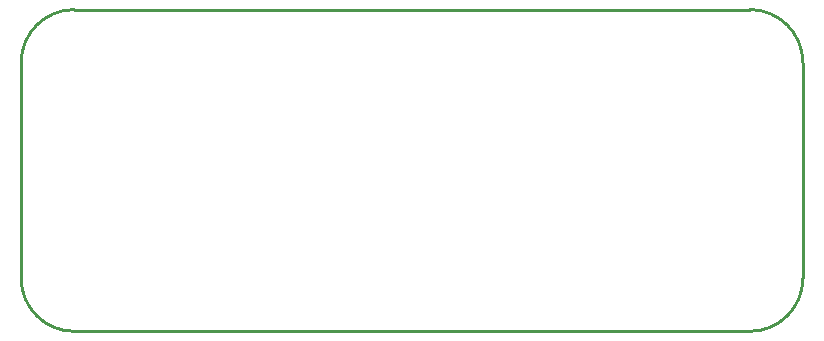
<source format=gm1>
G04*
G04 #@! TF.GenerationSoftware,Altium Limited,Altium Designer,22.7.1 (60)*
G04*
G04 Layer_Color=16711935*
%FSLAX25Y25*%
%MOIN*%
G70*
G04*
G04 #@! TF.SameCoordinates,D5FD8CF7-689A-4CA3-A305-E5C997A2AED7*
G04*
G04*
G04 #@! TF.FilePolarity,Positive*
G04*
G01*
G75*
%ADD10C,0.01000*%
D10*
X260591Y89608D02*
G03*
X242874Y107324I-17717J0D01*
G01*
Y41D02*
G03*
X260591Y17757I0J17717D01*
G01*
X17717Y107324D02*
G03*
X0Y89608I0J-17717D01*
G01*
Y17757D02*
G03*
X17717Y41I17717J0D01*
G01*
X242874D01*
X17717Y107324D02*
X242874D01*
X260591Y17757D02*
Y89608D01*
X0Y17757D02*
Y89608D01*
M02*

</source>
